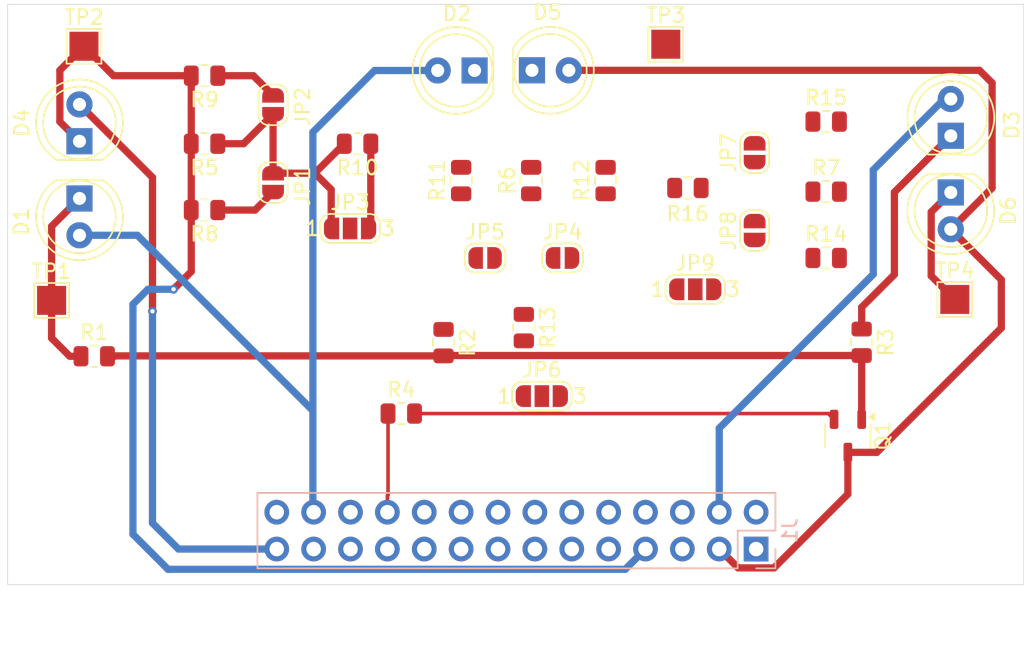
<source format=kicad_pcb>
(kicad_pcb (version 20240108) (generator "pcbnew") (generator_version "8.0")
  (layers (0 "F.Cu" signal) (31 "B.Cu" signal) (34 "B.Paste" user) (35 "F.Paste" user) (36 "B.SilkS" user "B.Silkscreen") (37 "F.SilkS" user "F.Silkscreen") (38 "B.Mask" user) (39 "F.Mask" user) (44 "Edge.Cuts" user))
  (net 0 "")
  (net 1 "Net-(D1-K)")
  (net 2 "BATT")
  (net 3 "Net-(D2-K)")
  (net 4 "Net-(D3-K)")
  (net 5 "/PA4")
  (net 6 "GND")
  (net 7 "/PA5")
  (net 8 "/PA6")
  (net 9 "/PE11")
  (net 10 "/RESV1")
  (net 11 "3V3")
  (net 12 "/PE13")
  (net 13 "/PA3")
  (net 14 "/PA7")
  (net 15 "/PE12")
  (net 16 "/PE8")
  (net 17 "/PE14")
  (net 18 "/RESV2")
  (net 19 "/PE15")
  (net 20 "/PE9")
  (net 21 "/PE10")
  (net 22 "/PC4")
  (net 23 "/AB0")
  (net 24 "/PC5")
  (net 25 "/RESV3")
  (net 26 "Net-(JP1-B)")
  (net 27 "Net-(JP1-A)")
  (net 28 "Net-(JP2-B)")
  (net 29 "Net-(JP3-B)")
  (net 30 "Net-(JP4-B)")
  (net 31 "Net-(JP5-A)")
  (net 32 "Net-(JP6-B)")
  (net 33 "Net-(JP7-A)")
  (net 34 "Net-(JP7-B)")
  (net 35 "Net-(JP8-A)")
  (net 36 "Net-(JP9-B)")
  (net 37 "Net-(Q1-C)")
  (net 38 "Net-(Q1-B)")
  (net 39 "Net-(JP4-A)")
  (footprint "Jumper:SolderJumper-3_P1.3mm_Open_RoundedPad1.0x1.5mm_NumberLabels" (layer "F.Cu") (at 85.568 93.599)
    (property "Reference" "JP6" (at 0 -1.8 360) (layer "F.SilkS"))
    (property "Value" "SoJMP_Opn3")
    (fp_line (start -2.05 0.3) (end -2.05 -0.3) (stroke (width 0.12)) (layer "F.SilkS"))
    (fp_line (start -1.4 -1) (end 1.4 -1) (stroke (width 0.12)) (layer "F.SilkS"))
    (fp_line (start 1.4 1) (end -1.4 1) (stroke (width 0.12)) (layer "F.SilkS"))
    (fp_line (start 2.05 -0.3) (end 2.05 0.3) (stroke (width 0.12)) (layer "F.SilkS"))
    (fp_arc (start -2.05 -0.3) (mid -1.844975 -0.794975) (end -1.35 -1) (stroke (width 0.12)) (layer "F.SilkS"))
    (fp_arc (start -1.35 1) (mid -1.844975 0.794975) (end -2.05 0.3) (stroke (width 0.12)) (layer "F.SilkS"))
    (fp_arc (start 1.35 -1) (mid 1.844975 -0.794975) (end 2.05 -0.3) (stroke (width 0.12)) (layer "F.SilkS"))
    (fp_arc (start 2.05 0.3) (mid 1.844975 0.794975) (end 1.35 1) (stroke (width 0.12)) (layer "F.SilkS"))
    (fp_text user "3" (at 2.6 0 360) (layer "F.SilkS"))
    (fp_text user "1" (at -2.6 0 360) (layer "F.SilkS"))
    (pad "1" smd custom (at -1.3 0) (size 1 0.5) (layers "F.Cu" "F.Mask") (net 39 "Net-(JP4-A)") (options (clearance outline) (anchor rect)) (primitives (gr_circle (center 0 0.25) (end 0.5 0.25) (width 0) (fill yes)) (gr_circle (center 0 -0.25) (end 0.5 -0.25) (width 0) (fill yes)) (gr_poly (pts (xy 0.55 0.75) (xy 0 0.75) (xy 0 -0.75) (xy 0.55 -0.75)) (width 0) (fill yes))))
    (pad "2" smd rect (at 0 0) (size 1 1.5) (layers "F.Cu" "F.Mask") (net 11 "3V3"))
    (pad "3" smd custom (at 1.3 0) (size 1 0.5) (layers "F.Cu" "F.Mask") (net 32 "Net-(JP6-B)") (options (clearance outline) (anchor rect)) (primitives (gr_circle (center 0 0.25) (end 0.5 0.25) (width 0) (fill yes)) (gr_circle (center 0 -0.25) (end 0.5 -0.25) (width 0) (fill yes)) (gr_poly (pts (xy 0 0.75) (xy -0.55 0.75) (xy -0.55 -0.75) (xy 0 -0.75)) (width 0) (fill yes))))
  )
  (footprint "TestPoint:TestPoint_Pad_2.0x2.0mm" (layer "F.Cu") (at 114.016 86.935)
    (property "Reference" "TP4" (at 0 -1.998 0) (layer "F.SilkS"))
    (property "Value" "TestPoint")
    (fp_line (start -1.2 -1.2) (end 1.2 -1.2) (stroke (width 0.12)) (layer "F.SilkS"))
    (fp_line (start -1.2 1.2) (end -1.2 -1.2) (stroke (width 0.12)) (layer "F.SilkS"))
    (fp_line (start 1.2 -1.2) (end 1.2 1.2) (stroke (width 0.12)) (layer "F.SilkS"))
    (fp_line (start 1.2 1.2) (end -1.2 1.2) (stroke (width 0.12)) (layer "F.SilkS"))
    (pad "1" smd rect (at 0 0) (size 2 2) (layers "F.Cu" "F.Mask") (net 8 "/PA6"))
  )
  (footprint "Jumper:SolderJumper-2_P1.3mm_Open_RoundedPad1.0x1.5mm" (layer "F.Cu") (at 67.056 78.882 90)
    (property "Reference" "JP1" (at -0.254 2.032 270) (layer "F.SilkS"))
    (property "Value" "SoJMP_Opn")
    (fp_line (start -0.7 -1) (end 0.7 -1) (stroke (width 0.12)) (layer "F.SilkS"))
    (fp_line (start 1.4 -0.3) (end 1.4 0.3) (stroke (width 0.12)) (layer "F.SilkS"))
    (fp_line (start -1.4 0.3) (end -1.4 -0.3) (stroke (width 0.12)) (layer "F.SilkS"))
    (fp_line (start 0.7 1) (end -0.7 1) (stroke (width 0.12)) (layer "F.SilkS"))
    (fp_arc (start 0.7 -1) (mid 1.194975 -0.794975) (end 1.4 -0.3) (stroke (width 0.12)) (layer "F.SilkS"))
    (fp_arc (start -1.4 -0.3) (mid -1.194975 -0.794975) (end -0.7 -1) (stroke (width 0.12)) (layer "F.SilkS"))
    (fp_arc (start 1.4 0.3) (mid 1.194975 0.794975) (end 0.7 1) (stroke (width 0.12)) (layer "F.SilkS"))
    (fp_arc (start -0.7 1) (mid -1.194975 0.794975) (end -1.4 0.3) (stroke (width 0.12)) (layer "F.SilkS"))
    (pad "1" smd custom (at -0.65 0 90) (size 1 0.5) (layers "F.Cu" "F.Mask") (net 27 "Net-(JP1-A)") (options (clearance outline) (anchor rect)) (primitives (gr_circle (center 0 0.25) (end 0.5 0.25) (width 0) (fill yes)) (gr_circle (center 0 -0.25) (end 0.5 -0.25) (width 0) (fill yes)) (gr_poly (pts (xy 0.5 0.75) (xy 0 0.75) (xy 0 -0.75) (xy 0.5 -0.75)) (width 0) (fill yes))))
    (pad "2" smd custom (at 0.65 0 90) (size 1 0.5) (layers "F.Cu" "F.Mask") (net 26 "Net-(JP1-B)") (options (clearance outline) (anchor rect)) (primitives (gr_circle (center 0 0.25) (end 0.5 0.25) (width 0) (fill yes)) (gr_circle (center 0 -0.25) (end 0.5 -0.25) (width 0) (fill yes)) (gr_poly (pts (xy 0 0.75) (xy -0.5 0.75) (xy -0.5 -0.75) (xy 0 -0.75)) (width 0) (fill yes))))
  )
  (footprint "Jumper:SolderJumper-3_P1.3mm_Open_RoundedPad1.0x1.5mm_NumberLabels" (layer "F.Cu") (at 96.139 86.233)
    (property "Reference" "JP9" (at 0 -1.8 0) (layer "F.SilkS"))
    (property "Value" "SoJMP_Opn3")
    (fp_line (start -2.05 0.3) (end -2.05 -0.3) (stroke (width 0.12)) (layer "F.SilkS"))
    (fp_line (start -1.4 -1) (end 1.4 -1) (stroke (width 0.12)) (layer "F.SilkS"))
    (fp_line (start 1.4 1) (end -1.4 1) (stroke (width 0.12)) (layer "F.SilkS"))
    (fp_line (start 2.05 -0.3) (end 2.05 0.3) (stroke (width 0.12)) (layer "F.SilkS"))
    (fp_arc (start -2.05 -0.3) (mid -1.844975 -0.794975) (end -1.35 -1) (stroke (width 0.12)) (layer "F.SilkS"))
    (fp_arc (start -1.35 1) (mid -1.844975 0.794975) (end -2.05 0.3) (stroke (width 0.12)) (layer "F.SilkS"))
    (fp_arc (start 1.35 -1) (mid 1.844975 -0.794975) (end 2.05 -0.3) (stroke (width 0.12)) (layer "F.SilkS"))
    (fp_arc (start 2.05 0.3) (mid 1.844975 0.794975) (end 1.35 1) (stroke (width 0.12)) (layer "F.SilkS"))
    (fp_text user "3" (at 2.6 0 0) (layer "F.SilkS"))
    (fp_text user "1" (at -2.6 0 0) (layer "F.SilkS"))
    (pad "1" smd custom (at -1.3 0) (size 1 0.5) (layers "F.Cu" "F.Mask") (net 33 "Net-(JP7-A)") (options (clearance outline) (anchor rect)) (primitives (gr_circle (center 0 0.25) (end 0.5 0.25) (width 0) (fill yes)) (gr_circle (center 0 -0.25) (end 0.5 -0.25) (width 0) (fill yes)) (gr_poly (pts (xy 0.55 0.75) (xy 0 0.75) (xy 0 -0.75) (xy 0.55 -0.75)) (width 0) (fill yes))))
    (pad "2" smd rect (at 0 0) (size 1 1.5) (layers "F.Cu" "F.Mask") (net 11 "3V3"))
    (pad "3" smd custom (at 1.3 0) (size 1 0.5) (layers "F.Cu" "F.Mask") (net 36 "Net-(JP9-B)") (options (clearance outline) (anchor rect)) (primitives (gr_circle (center 0 0.25) (end 0.5 0.25) (width 0) (fill yes)) (gr_circle (center 0 -0.25) (end 0.5 -0.25) (width 0) (fill yes)) (gr_poly (pts (xy 0 0.75) (xy -0.55 0.75) (xy -0.55 -0.75) (xy 0 -0.75)) (width 0) (fill yes))))
  )
  (footprint "Resistor_SMD:R_0805_2012Metric" (layer "F.Cu") (at 84.328 88.8765 -90)
    (property "Reference" "R13" (at 0 -1.65 90) (layer "F.SilkS"))
    (property "Value" "100k")
    (fp_line (start -0.227064 0.735) (end 0.227064 0.735) (stroke (width 0.12)) (layer "F.SilkS"))
    (fp_line (start -0.227064 -0.735) (end 0.227064 -0.735) (stroke (width 0.12)) (layer "F.SilkS"))
    (pad "1" smd roundrect (at -0.9125 0 270) (size 1.025 1.4) (layers "F.Cu" "F.Paste" "F.Mask") (roundrect_rratio 0.243902439) (net 32 "Net-(JP6-B)"))
    (pad "2" smd roundrect (at 0.9125 0 270) (size 1.025 1.4) (layers "F.Cu" "F.Paste" "F.Mask") (roundrect_rratio 0.243902439) (net 39 "Net-(JP4-A)"))
  )
  (footprint "Jumper:SolderJumper-2_P1.3mm_Open_RoundedPad1.0x1.5mm" (layer "F.Cu") (at 67.056 73.518 90)
    (property "Reference" "JP2" (at -0.142 2.032 270) (layer "F.SilkS"))
    (property "Value" "SoJMP_Opn")
    (fp_line (start -0.7 -1) (end 0.7 -1) (stroke (width 0.12)) (layer "F.SilkS"))
    (fp_line (start 1.4 -0.3) (end 1.4 0.3) (stroke (width 0.12)) (layer "F.SilkS"))
    (fp_line (start -1.4 0.3) (end -1.4 -0.3) (stroke (width 0.12)) (layer "F.SilkS"))
    (fp_line (start 0.7 1) (end -0.7 1) (stroke (width 0.12)) (layer "F.SilkS"))
    (fp_arc (start 0.7 -1) (mid 1.194975 -0.794975) (end 1.4 -0.3) (stroke (width 0.12)) (layer "F.SilkS"))
    (fp_arc (start -1.4 -0.3) (mid -1.194975 -0.794975) (end -0.7 -1) (stroke (width 0.12)) (layer "F.SilkS"))
    (fp_arc (start 1.4 0.3) (mid 1.194975 0.794975) (end 0.7 1) (stroke (width 0.12)) (layer "F.SilkS"))
    (fp_arc (start -0.7 1) (mid -1.194975 0.794975) (end -1.4 0.3) (stroke (width 0.12)) (layer "F.SilkS"))
    (pad "1" smd custom (at -0.65 0 90) (size 1 0.5) (layers "F.Cu" "F.Mask") (net 26 "Net-(JP1-B)") (options (clearance outline) (anchor rect)) (primitives (gr_circle (center 0 0.25) (end 0.5 0.25) (width 0) (fill yes)) (gr_circle (center 0 -0.25) (end 0.5 -0.25) (width 0) (fill yes)) (gr_poly (pts (xy 0.5 0.75) (xy 0 0.75) (xy 0 -0.75) (xy 0.5 -0.75)) (width 0) (fill yes))))
    (pad "2" smd custom (at 0.65 0 90) (size 1 0.5) (layers "F.Cu" "F.Mask") (net 28 "Net-(JP2-B)") (options (clearance outline) (anchor rect)) (primitives (gr_circle (center 0 0.25) (end 0.5 0.25) (width 0) (fill yes)) (gr_circle (center 0 -0.25) (end 0.5 -0.25) (width 0) (fill yes)) (gr_poly (pts (xy 0 0.75) (xy -0.5 0.75) (xy -0.5 -0.75) (xy 0 -0.75)) (width 0) (fill yes))))
  )
  (footprint "Resistor_SMD:R_0805_2012Metric" (layer "F.Cu") (at 105.156 79.502)
    (property "Reference" "R7" (at 0 -1.65 0) (layer "F.SilkS"))
    (property "Value" "10k")
    (fp_line (start -0.227064 -0.735) (end 0.227064 -0.735) (stroke (width 0.12)) (layer "F.SilkS"))
    (fp_line (start -0.227064 0.735) (end 0.227064 0.735) (stroke (width 0.12)) (layer "F.SilkS"))
    (pad "1" smd roundrect (at -0.9125 0) (size 1.025 1.4) (layers "F.Cu" "F.Paste" "F.Mask") (roundrect_rratio 0.243902439) (net 33 "Net-(JP7-A)"))
    (pad "2" smd roundrect (at 0.9125 0) (size 1.025 1.4) (layers "F.Cu" "F.Paste" "F.Mask") (roundrect_rratio 0.243902439) (net 8 "/PA6"))
  )
  (footprint "LED_THT:LED_D5.0mm" (layer "F.Cu") (at 80.935 71.15 180)
    (property "Reference" "D2" (at 1.22 3.92 180) (layer "F.SilkS"))
    (property "Value" "LED")
    (fp_line (start -1.29 -1.545) (end -1.29 1.545) (stroke (width 0.12)) (layer "F.SilkS"))
    (fp_arc (start 4.26 -0.000462) (mid 2.072002 2.880433) (end -1.29 1.54483) (stroke (width 0.12)) (layer "F.SilkS"))
    (fp_arc (start -1.29 -1.54483) (mid 2.072002 -2.880433) (end 4.26 0.000462) (stroke (width 0.12)) (layer "F.SilkS"))
    (fp_circle (center 1.27 0) (end 3.77 0) (stroke (width 0.12)) (fill none) (layer "F.SilkS"))
    (pad "1" thru_hole rect (at 0 0 180) (size 1.8 1.8) (drill 0.9) (layers "*.Cu" "*.Mask") (net 3 "Net-(D2-K)"))
    (pad "2" thru_hole circle (at 2.54 0 180) (size 1.8 1.8) (drill 0.9) (layers "*.Cu" "*.Mask") (net 2 "BATT"))
  )
  (footprint "Resistor_SMD:R_0805_2012Metric" (layer "F.Cu") (at 72.8745 76.2 180)
    (property "Reference" "R10" (at 0 -1.65 180) (layer "F.SilkS"))
    (property "Value" "100k")
    (fp_line (start -0.227064 0.735) (end 0.227064 0.735) (stroke (width 0.12)) (layer "F.SilkS"))
    (fp_line (start -0.227064 -0.735) (end 0.227064 -0.735) (stroke (width 0.12)) (layer "F.SilkS"))
    (pad "1" smd roundrect (at -0.9125 0 180) (size 1.025 1.4) (layers "F.Cu" "F.Paste" "F.Mask") (roundrect_rratio 0.243902439) (net 29 "Net-(JP3-B)"))
    (pad "2" smd roundrect (at 0.9125 0 180) (size 1.025 1.4) (layers "F.Cu" "F.Paste" "F.Mask") (roundrect_rratio 0.243902439) (net 26 "Net-(JP1-B)"))
  )
  (footprint "Resistor_SMD:R_0805_2012Metric" (layer "F.Cu") (at 89.963 78.74 90)
    (property "Reference" "R12" (at 0 -1.65 270) (layer "F.SilkS"))
    (property "Value" "10k")
    (fp_line (start -0.227064 -0.735) (end 0.227064 -0.735) (stroke (width 0.12)) (layer "F.SilkS"))
    (fp_line (start -0.227064 0.735) (end 0.227064 0.735) (stroke (width 0.12)) (layer "F.SilkS"))
    (pad "1" smd roundrect (at -0.9125 0 90) (size 1.025 1.4) (layers "F.Cu" "F.Paste" "F.Mask") (roundrect_rratio 0.243902439) (net 30 "Net-(JP4-B)"))
    (pad "2" smd roundrect (at 0.9125 0 90) (size 1.025 1.4) (layers "F.Cu" "F.Paste" "F.Mask") (roundrect_rratio 0.243902439) (net 7 "/PA5"))
  )
  (footprint "LED_THT:LED_D5.0mm" (layer "F.Cu") (at 84.89 71.14)
    (property "Reference" "D5" (at 1.06 -4 360) (layer "F.SilkS"))
    (property "Value" "D_Photo")
    (fp_line (start -1.29 -1.545) (end -1.29 1.545) (stroke (width 0.12)) (layer "F.SilkS"))
    (fp_arc (start -1.29 -1.54483) (mid 2.072002 -2.880433) (end 4.26 0.000462) (stroke (width 0.12)) (layer "F.SilkS"))
    (fp_arc (start 4.26 -0.000462) (mid 2.072002 2.880433) (end -1.29 1.54483) (stroke (width 0.12)) (layer "F.SilkS"))
    (fp_circle (center 1.27 0) (end 3.77 0) (stroke (width 0.12)) (fill none) (layer "F.SilkS"))
    (pad "1" thru_hole rect (at 0 0) (size 1.8 1.8) (drill 0.9) (layers "*.Cu" "*.Mask") (net 7 "/PA5"))
    (pad "2" thru_hole circle (at 2.54 0) (size 1.8 1.8) (drill 0.9) (layers "*.Cu" "*.Mask") (net 6 "GND"))
  )
  (footprint "Jumper:SolderJumper-3_P1.3mm_Open_RoundedPad1.0x1.5mm_NumberLabels" (layer "F.Cu") (at 72.36 82.042)
    (property "Reference" "JP3" (at 0 -1.8 360) (layer "F.SilkS"))
    (property "Value" "SoJMP_Opn3")
    (fp_line (start -2.05 0.3) (end -2.05 -0.3) (stroke (width 0.12)) (layer "F.SilkS"))
    (fp_line (start -1.4 -1) (end 1.4 -1) (stroke (width 0.12)) (layer "F.SilkS"))
    (fp_line (start 1.4 1) (end -1.4 1) (stroke (width 0.12)) (layer "F.SilkS"))
    (fp_line (start 2.05 -0.3) (end 2.05 0.3) (stroke (width 0.12)) (layer "F.SilkS"))
    (fp_arc (start -2.05 -0.3) (mid -1.844975 -0.794975) (end -1.35 -1) (stroke (width 0.12)) (layer "F.SilkS"))
    (fp_arc (start -1.35 1) (mid -1.844975 0.794975) (end -2.05 0.3) (stroke (width 0.12)) (layer "F.SilkS"))
    (fp_arc (start 1.35 -1) (mid 1.844975 -0.794975) (end 2.05 -0.3) (stroke (width 0.12)) (layer "F.SilkS"))
    (fp_arc (start 2.05 0.3) (mid 1.844975 0.794975) (end 1.35 1) (stroke (width 0.12)) (layer "F.SilkS"))
    (fp_text user "1" (at -2.6 0 360) (layer "F.SilkS"))
    (fp_text user "3" (at 2.6 0 360) (layer "F.SilkS"))
    (pad "1" smd custom (at -1.3 0) (size 1 0.5) (layers "F.Cu" "F.Mask") (net 26 "Net-(JP1-B)") (options (clearance outline) (anchor rect)) (primitives (gr_circle (center 0 0.25) (end 0.5 0.25) (width 0) (fill yes)) (gr_circle (center 0 -0.25) (end 0.5 -0.25) (width 0) (fill yes)) (gr_poly (pts (xy 0.55 0.75) (xy 0 0.75) (xy 0 -0.75) (xy 0.55 -0.75)) (width 0) (fill yes))))
    (pad "2" smd rect (at 0 0) (size 1 1.5) (layers "F.Cu" "F.Mask") (net 11 "3V3"))
    (pad "3" smd custom (at 1.3 0) (size 1 0.5) (layers "F.Cu" "F.Mask") (net 29 "Net-(JP3-B)") (options (clearance outline) (anchor rect)) (primitives (gr_circle (center 0 0.25) (end 0.5 0.25) (width 0) (fill yes)) (gr_circle (center 0 -0.25) (end 0.5 -0.25) (width 0) (fill yes)) (gr_poly (pts (xy 0 0.75) (xy -0.55 0.75) (xy -0.55 -0.75) (xy 0 -0.75)) (width 0) (fill yes))))
  )
  (footprint "LED_THT:LED_D5.0mm" (layer "F.Cu") (at 113.74 79.557 -90)
    (property "Reference" "D6" (at 1.269999 -3.960001 -90) (layer "F.SilkS"))
    (property "Value" "D_Photo")
    (fp_line (start -1.29 -1.545) (end -1.29 1.545) (stroke (width 0.12)) (layer "F.SilkS"))
    (fp_arc (start 4.26 -0.000462) (mid 2.072002 2.880433) (end -1.29 1.54483) (stroke (width 0.12)) (layer "F.SilkS"))
    (fp_arc (start -1.29 -1.54483) (mid 2.072002 -2.880433) (end 4.26 0.000462) (stroke (width 0.12)) (layer "F.SilkS"))
    (fp_circle (center 1.27 0) (end 3.77 0) (stroke (width 0.12)) (fill none) (layer "F.SilkS"))
    (pad "1" thru_hole rect (at 0 0 270) (size 1.8 1.8) (drill 0.9) (layers "*.Cu" "*.Mask") (net 8 "/PA6"))
    (pad "2" thru_hole circle (at 2.54 0 270) (size 1.8 1.8) (drill 0.9) (layers "*.Cu" "*.Mask") (net 6 "GND"))
  )
  (footprint "TestPoint:TestPoint_Pad_2.0x2.0mm" (layer "F.Cu") (at 94.107 69.342)
    (property "Reference" "TP3" (at 0 -1.998 0) (layer "F.SilkS"))
    (property "Value" "TestPoint")
    (fp_line (start -1.2 -1.2) (end 1.2 -1.2) (stroke (width 0.12)) (layer "F.SilkS"))
    (fp_line (start -1.2 1.2) (end -1.2 -1.2) (stroke (width 0.12)) (layer "F.SilkS"))
    (fp_line (start 1.2 -1.2) (end 1.2 1.2) (stroke (width 0.12)) (layer "F.SilkS"))
    (fp_line (start 1.2 1.2) (end -1.2 1.2) (stroke (width 0.12)) (layer "F.SilkS"))
    (pad "1" smd rect (at 0 0) (size 2 2) (layers "F.Cu" "F.Mask") (net 7 "/PA5"))
  )
  (footprint "Resistor_SMD:R_0805_2012Metric" (layer "F.Cu") (at 105.156 74.676)
    (property "Reference" "R15" (at 0 -1.65 0) (layer "F.SilkS"))
    (property "Value" "10k")
    (fp_line (start -0.227064 -0.735) (end 0.227064 -0.735) (stroke (width 0.12)) (layer "F.SilkS"))
    (fp_line (start -0.227064 0.735) (end 0.227064 0.735) (stroke (width 0.12)) (layer "F.SilkS"))
    (pad "1" smd roundrect (at -0.9125 0) (size 1.025 1.4) (layers "F.Cu" "F.Paste" "F.Mask") (roundrect_rratio 0.243902439) (net 34 "Net-(JP7-B)"))
    (pad "2" smd roundrect (at 0.9125 0) (size 1.025 1.4) (layers "F.Cu" "F.Paste" "F.Mask") (roundrect_rratio 0.243902439) (net 8 "/PA6"))
  )
  (footprint "Jumper:SolderJumper-2_P1.3mm_Open_RoundedPad1.0x1.5mm" (layer "F.Cu") (at 100.2265 82.184 90)
    (property "Reference" "JP8" (at 0 -1.8 270) (layer "F.SilkS"))
    (property "Value" "SoJMP_Opn")
    (fp_line (start -0.7 -1) (end 0.7 -1) (stroke (width 0.12)) (layer "F.SilkS"))
    (fp_line (start 1.4 -0.3) (end 1.4 0.3) (stroke (width 0.12)) (layer "F.SilkS"))
    (fp_line (start -1.4 0.3) (end -1.4 -0.3) (stroke (width 0.12)) (layer "F.SilkS"))
    (fp_line (start 0.7 1) (end -0.7 1) (stroke (width 0.12)) (layer "F.SilkS"))
    (fp_arc (start 0.7 -1) (mid 1.194975 -0.794975) (end 1.4 -0.3) (stroke (width 0.12)) (layer "F.SilkS"))
    (fp_arc (start -1.4 -0.3) (mid -1.194975 -0.794975) (end -0.7 -1) (stroke (width 0.12)) (layer "F.SilkS"))
    (fp_arc (start 1.4 0.3) (mid 1.194975 0.794975) (end 0.7 1) (stroke (width 0.12)) (layer "F.SilkS"))
    (fp_arc (start -0.7 1) (mid -1.194975 0.794975) (end -1.4 0.3) (stroke (width 0.12)) (layer "F.SilkS"))
    (pad "1" smd custom (at -0.65 0 90) (size 1 0.5) (layers "F.Cu" "F.Mask") (net 35 "Net-(JP8-A)") (options (clearance outline) (anchor rect)) (primitives (gr_circle (center 0 0.25) (end 0.5 0.25) (width 0) (fill yes)) (gr_circle (center 0 -0.25) (end 0.5 -0.25) (width 0) (fill yes)) (gr_poly (pts (xy 0.5 0.75) (xy 0 0.75) (xy 0 -0.75) (xy 0.5 -0.75)) (width 0) (fill yes))))
    (pad "2" smd custom (at 0.65 0 90) (size 1 0.5) (layers "F.Cu" "F.Mask") (net 33 "Net-(JP7-A)") (options (clearance outline) (anchor rect)) (primitives (gr_circle (center 0 0.25) (end 0.5 0.25) (width 0) (fill yes)) (gr_circle (center 0 -0.25) (end 0.5 -0.25) (width 0) (fill yes)) (gr_poly (pts (xy 0 0.75) (xy -0.5 0.75) (xy -0.5 -0.75) (xy 0 -0.75)) (width 0) (fill yes))))
  )
  (footprint "Package_TO_SOT_SMD:SOT-23-3" (layer "F.Cu") (at 106.65 96.3375 -90)
    (property "Reference" "Q1" (at 0 -2.4 90) (layer "F.SilkS"))
    (property "Value" "SS8050")
    (fp_line (start 0 1.56) (end -0.8 1.56) (stroke (width 0.12)) (layer "F.SilkS"))
    (fp_line (start 0 1.56) (end 0.8 1.56) (stroke (width 0.12)) (layer "F.SilkS"))
    (fp_line (start 0 -1.56) (end -0.8 -1.56) (stroke (width 0.12)) (layer "F.SilkS"))
    (fp_line (start 0 -1.56) (end 0.8 -1.56) (stroke (width 0.12)) (layer "F.SilkS"))
    (fp_poly (pts (xy -1.3 -1.51) (xy -1.54 -1.84) (xy -1.06 -1.84) (xy -1.3 -1.51)) (stroke (width 0.12)) (fill solid) (layer "F.SilkS"))
    (pad "1" smd roundrect (at -1.1375 -0.95 270) (size 1.325 0.6) (layers "F.Cu" "F.Paste" "F.Mask") (net 37 "Net-(Q1-C)"))
    (pad "2" smd roundrect (at -1.1375 0.95 270) (size 1.325 0.6) (layers "F.Cu" "F.Paste" "F.Mask") (net 38 "Net-(Q1-B)"))
    (pad "3" smd roundrect (at 1.1375 0 270) (size 1.325 0.6) (layers "F.Cu" "F.Paste" "F.Mask") (net 6 "GND"))
  )
  (footprint "Resistor_SMD:R_0805_2012Metric" (layer "F.Cu") (at 107.6 89.8875 -90)
    (property "Reference" "R3" (at 0 -1.65 90) (layer "F.SilkS"))
    (property "Value" "47")
    (fp_line (start -0.227064 0.735) (end 0.227064 0.735) (stroke (width 0.12)) (layer "F.SilkS"))
    (fp_line (start -0.227064 -0.735) (end 0.227064 -0.735) (stroke (width 0.12)) (layer "F.SilkS"))
    (pad "1" smd roundrect (at -0.9125 0 270) (size 1.025 1.4) (layers "F.Cu" "F.Paste" "F.Mask") (roundrect_rratio 0.243902439) (net 4 "Net-(D3-K)"))
    (pad "2" smd roundrect (at 0.9125 0 270) (size 1.025 1.4) (layers "F.Cu" "F.Paste" "F.Mask") (roundrect_rratio 0.243902439) (net 37 "Net-(Q1-C)"))
  )
  (footprint "Resistor_SMD:R_0805_2012Metric" (layer "F.Cu") (at 80.01 78.74 90)
    (property "Reference" "R11" (at 0 -1.65 270) (layer "F.SilkS"))
    (property "Value" "10k")
    (fp_line (start -0.227064 -0.735) (end 0.227064 -0.735) (stroke (width 0.12)) (layer "F.SilkS"))
    (fp_line (start -0.227064 0.735) (end 0.227064 0.735) (stroke (width 0.12)) (layer "F.SilkS"))
    (pad "1" smd roundrect (at -0.9125 0 90) (size 1.025 1.4) (layers "F.Cu" "F.Paste" "F.Mask") (roundrect_rratio 0.243902439) (net 31 "Net-(JP5-A)"))
    (pad "2" smd roundrect (at 0.9125 0 90) (size 1.025 1.4) (layers "F.Cu" "F.Paste" "F.Mask") (roundrect_rratio 0.243902439) (net 7 "/PA5"))
  )
  (footprint "Resistor_SMD:R_0805_2012Metric" (layer "F.Cu") (at 54.7375 90.85)
    (property "Reference" "R1" (at 0 -1.65 0) (layer "F.SilkS"))
    (property "Value" "47")
    (fp_line (start -0.227064 -0.735) (end 0.227064 -0.735) (stroke (width 0.12)) (layer "F.SilkS"))
    (fp_line (start -0.227064 0.735) (end 0.227064 0.735) (stroke (width 0.12)) (layer "F.SilkS"))
    (pad "1" smd roundrect (at -0.9125 0) (size 1.025 1.4) (layers "F.Cu" "F.Paste" "F.Mask") (roundrect_rratio 0.243902439) (net 1 "Net-(D1-K)"))
    (pad "2" smd roundrect (at 0.9125 0) (size 1.025 1.4) (layers "F.Cu" "F.Paste" "F.Mask") (roundrect_rratio 0.243902439) (net 37 "Net-(Q1-C)"))
  )
  (footprint "Resistor_SMD:R_0805_2012Metric" (layer "F.Cu") (at 78.8 89.9125 -90)
    (property "Reference" "R2" (at 0 -1.65 90) (layer "F.SilkS"))
    (property "Value" "47")
    (fp_line (start -0.227064 0.735) (end 0.227064 0.735) (stroke (width 0.12)) (layer "F.SilkS"))
    (fp_line (start -0.227064 -0.735) (end 0.227064 -0.735) (stroke (width 0.12)) (layer "F.SilkS"))
    (pad "1" smd roundrect (at -0.9125 0 270) (size 1.025 1.4) (layers "F.Cu" "F.Paste" "F.Mask") (roundrect_rratio 0.243902439) (net 3 "Net-(D2-K)"))
    (pad "2" smd roundrect (at 0.9125 0 270) (size 1.025 1.4) (layers "F.Cu" "F.Paste" "F.Mask") (roundrect_rratio 0.243902439) (net 37 "Net-(Q1-C)"))
  )
  (footprint "LED_THT:LED_D5.0mm" (layer "F.Cu") (at 53.72 76.03 90)
    (property "Reference" "D4" (at 1.27 -3.96 270) (layer "F.SilkS"))
    (property "Value" "D_Photo")
    (fp_line (start -1.29 -1.545) (end -1.29 1.545) (stroke (width 0.12)) (layer "F.SilkS"))
    (fp_arc (start -1.29 -1.54483) (mid 2.072002 -2.880433) (end 4.26 0.000462) (stroke (width 0.12)) (layer "F.SilkS"))
    (fp_arc (start 4.26 -0.000462) (mid 2.072002 2.880433) (end -1.29 1.54483) (stroke (width 0.12)) (layer "F.SilkS"))
    (fp_circle (center 1.27 0) (end 3.77 0) (stroke (width 0.12)) (fill none) (layer "F.SilkS"))
    (pad "1" thru_hole rect (at 0 0 90) (size 1.8 1.8) (drill 0.9) (layers "*.Cu" "*.Mask") (net 5 "/PA4"))
    (pad "2" thru_hole circle (at 2.54 0 90) (size 1.8 1.8) (drill 0.9) (layers "*.Cu" "*.Mask") (net 6 "GND"))
  )
  (footprint "TestPoint:TestPoint_Pad_2.0x2.0mm" (layer "F.Cu") (at 51.8 87)
    (property "Reference" "TP1" (at 0 -1.998 0) (layer "F.SilkS"))
    (property "Value" "TestPoint")
    (fp_line (start -1.2 -1.2) (end 1.2 -1.2) (stroke (width 0.12)) (layer "F.SilkS"))
    (fp_line (start -1.2 1.2) (end -1.2 -1.2) (stroke (width 0.12)) (layer "F.SilkS"))
    (fp_line (start 1.2 -1.2) (end 1.2 1.2) (stroke (width 0.12)) (layer "F.SilkS"))
    (fp_line (start 1.2 1.2) (end -1.2 1.2) (stroke (width 0.12)) (layer "F.SilkS"))
    (pad "1" smd rect (at 0 0) (size 2 2) (layers "F.Cu" "F.Mask") (net 1 "Net-(D1-K)"))
  )
  (footprint "Resistor_SMD:R_0805_2012Metric" (layer "F.Cu") (at 95.631 79.248 180)
    (property "Reference" "R16" (at 0.0235 -1.778 180) (layer "F.SilkS"))
    (property "Value" "100k")
    (fp_line (start -0.227064 0.735) (end 0.227064 0.735) (stroke (width 0.12)) (layer "F.SilkS"))
    (fp_line (start -0.227064 -0.735) (end 0.227064 -0.735) (stroke (width 0.12)) (layer "F.SilkS"))
    (pad "1" smd roundrect (at -0.9125 0 180) (size 1.025 1.4) (layers "F.Cu" "F.Paste" "F.Mask") (roundrect_rratio 0.243902439) (net 36 "Net-(JP9-B)"))
    (pad "2" smd roundrect (at 0.9125 0 180) (size 1.025 1.4) (layers "F.Cu" "F.Paste" "F.Mask") (roundrect_rratio 0.243902439) (net 33 "Net-(JP7-A)"))
  )
  (footprint "Resistor_SMD:R_0805_2012Metric" (layer "F.Cu") (at 75.8875 94.8)
    (property "Reference" "R4" (at 0 -1.65 360) (layer "F.SilkS"))
    (property "Value" "2k7")
    (fp_line (start -0.227064 -0.735) (end 0.227064 -0.735) (stroke (width 0.12)) (layer "F.SilkS"))
    (fp_line (start -0.227064 0.735) (end 0.227064 0.735) (stroke (width 0.12)) (layer "F.SilkS"))
    (pad "1" smd roundrect (at -0.9125 0) (size 1.025 1.4) (layers "F.Cu" "F.Paste" "F.Mask") (roundrect_rratio 0.243902439) (net 16 "/PE8"))
    (pad "2" smd roundrect (at 0.9125 0) (size 1.025 1.4) (layers "F.Cu" "F.Paste" "F.Mask") (roundrect_rratio 0.243902439) (net 38 "Net-(Q1-B)"))
  )
  (footprint "Jumper:SolderJumper-2_P1.3mm_Open_RoundedPad1.0x1.5mm" (layer "F.Cu") (at 86.995 84.074)
    (property "Reference" "JP4" (at 0 -1.8 0) (layer "F.SilkS"))
    (property "Value" "SoJMP_Opn")
    (fp_line (start -1.4 0.3) (end -1.4 -0.3) (stroke (width 0.12)) (layer "F.SilkS"))
    (fp_line (start -0.7 -1) (end 0.7 -1) (stroke (width 0.12)) (layer "F.SilkS"))
    (fp_line (start 0.7 1) (end -0.7 1) (stroke (width 0.12)) (layer "F.SilkS"))
    (fp_line (start 1.4 -0.3) (end 1.4 0.3) (stroke (width 0.12)) (layer "F.SilkS"))
    (fp_arc (start -1.4 -0.3) (mid -1.194975 -0.794975) (end -0.7 -1) (stroke (width 0.12)) (layer "F.SilkS"))
    (fp_arc (start -0.7 1) (mid -1.194975 0.794975) (end -1.4 0.3) (stroke (width 0.12)) (layer "F.SilkS"))
    (fp_arc (start 0.7 -1) (mid 1.194975 -0.794975) (end 1.4 -0.3) (stroke (width 0.12)) (layer "F.SilkS"))
    (fp_arc (start 1.4 0.3) (mid 1.194975 0.794975) (end 0.7 1) (stroke (width 0.12)) (layer "F.SilkS"))
    (pad "1" smd custom (at -0.65 0) (size 1 0.5) (layers "F.Cu" "F.Mask") (net 39 "Net-(JP4-A)") (options (clearance outline) (anchor rect)) (primitives (gr_circle (center 0 0.25) (end 0.5 0.25) (width 0) (fill yes)) (gr_circle (center 0 -0.25) (end 0.5 -0.25) (width 0) (fill yes)) (gr_poly (pts (xy 0.5 0.75) (xy 0 0.75) (xy 0 -0.75) (xy 0.5 -0.75)) (width 0) (fill yes))))
    (pad "2" smd custom (at 0.65 0) (size 1 0.5) (layers "F.Cu" "F.Mask") (net 30 "Net-(JP4-B)") (options (clearance outline) (anchor rect)) (primitives (gr_circle (center 0 0.25) (end 0.5 0.25) (width 0) (fill yes)) (gr_circle (center 0 -0.25) (end 0.5 -0.25) (width 0) (fill yes)) (gr_poly (pts (xy 0 0.75) (xy -0.5 0.75) (xy -0.5 -0.75) (xy 0 -0.75)) (width 0) (fill yes))))
  )
  (footprint "Jumper:SolderJumper-2_P1.3mm_Open_RoundedPad1.0x1.5mm" (layer "F.Cu") (at 81.661 84.074)
    (property "Reference" "JP5" (at 0 -1.8 0) (layer "F.SilkS"))
    (property "Value" "SoJMP_Opn")
    (fp_line (start -1.4 0.3) (end -1.4 -0.3) (stroke (width 0.12)) (layer "F.SilkS"))
    (fp_line (start -0.7 -1) (end 0.7 -1) (stroke (width 0.12)) (layer "F.SilkS"))
    (fp_line (start 0.7 1) (end -0.7 1) (stroke (width 0.12)) (layer "F.SilkS"))
    (fp_line (start 1.4 -0.3) (end 1.4 0.3) (stroke (width 0.12)) (layer "F.SilkS"))
    (fp_arc (start -1.4 -0.3) (mid -1.194975 -0.794975) (end -0.7 -1) (stroke (width 0.12)) (layer "F.SilkS"))
    (fp_arc (start -0.7 1) (mid -1.194975 0.794975) (end -1.4 0.3) (stroke (width 0.12)) (layer "F.SilkS"))
    (fp_arc (start 0.7 -1) (mid 1.194975 -0.794975) (end 1.4 -0.3) (stroke (width 0.12)) (layer "F.SilkS"))
    (fp_arc (start 1.4 0.3) (mid 1.194975 0.794975) (end 0.7 1) (stroke (width 0.12)) (layer "F.SilkS"))
    (pad "1" smd custom (at -0.65 0) (size 1 0.5) (layers "F.Cu" "F.Mask") (net 31 "Net-(JP5-A)") (options (clearance outline) (anchor rect)) (primitives (gr_circle (center 0 0.25) (end 0.5 0.25) (width 0) (fill yes)) (gr_circle (center 0 -0.25) (end 0.5 -0.25) (width 0) (fill yes)) (gr_poly (pts (xy 0.5 0.75) (xy 0 0.75) (xy 0 -0.75) (xy 0.5 -0.75)) (width 0) (fill yes))))
    (pad "2" smd custom (at 0.65 0) (size 1 0.5) (layers "F.Cu" "F.Mask") (net 39 "Net-(JP4-A)") (options (clearance outline) (anchor rect)) (primitives (gr_circle (center 0 0.25) (end 0.5 0.25) (width 0) (fill yes)) (gr_circle (center 0 -0.25) (end 0.5 -0.25) (width 0) (fill yes)) (gr_poly (pts (xy 0 0.75) (xy -0.5 0.75) (xy -0.5 -0.75) (xy 0 -0.75)) (width 0) (fill yes))))
  )
  (footprint "Resistor_SMD:R_0805_2012Metric" (layer "F.Cu") (at 62.3335 76.2 180)
    (property "Reference" "R5" (at 0 -1.65 180) (layer "F.SilkS"))
    (property "Value" "10k")
    (fp_line (start -0.227064 0.735) (end 0.227064 0.735) (stroke (width 0.12)) (layer "F.SilkS"))
    (fp_line (start -0.227064 -0.735) (end 0.227064 -0.735) (stroke (width 0.12)) (layer "F.SilkS"))
    (pad "1" smd roundrect (at -0.9125 0 180) (size 1.025 1.4) (layers "F.Cu" "F.Paste" "F.Mask") (roundrect_rratio 0.243902439) (net 26 "Net-(JP1-B)"))
    (pad "2" smd roundrect (at 0.9125 0 180) (size 1.025 1.4) (layers "F.Cu" "F.Paste" "F.Mask") (roundrect_rratio 0.243902439) (net 5 "/PA4"))
  )
  (footprint "Resistor_SMD:R_0805_2012Metric" (layer "F.Cu") (at 62.3335 80.772 180)
    (property "Reference" "R8" (at 0 -1.65 180) (layer "F.SilkS"))
    (property "Value" "10k")
    (fp_line (start -0.227064 0.735) (end 0.227064 0.735) (stroke (width 0.12)) (layer "F.SilkS"))
    (fp_line (start -0.227064 -0.735) (end 0.227064 -0.735) (stroke (width 0.12)) (layer "F.SilkS"))
    (pad "1" smd roundrect (at -0.9125 0 180) (size 1.025 1.4) (layers "F.Cu" "F.Paste" "F.Mask") (roundrect_rratio 0.243902439) (net 27 "Net-(JP1-A)"))
    (pad "2" smd roundrect (at 0.9125 0 180) (size 1.025 1.4) (layers "F.Cu" "F.Paste" "F.Mask") (roundrect_rratio 0.243902439) (net 5 "/PA4"))
  )
  (footprint "Resistor_SMD:R_0805_2012Metric" (layer "F.Cu") (at 84.836 78.74 90)
    (property "Reference" "R6" (at 0 -1.65 270) (layer "F.SilkS"))
    (property "Value" "10k")
    (fp_line (start -0.227064 -0.735) (end 0.227064 -0.735) (stroke (width 0.12)) (layer "F.SilkS"))
    (fp_line (start -0.227064 0.735) (end 0.227064 0.735) (stroke (width 0.12)) (layer "F.SilkS"))
    (pad "1" smd roundrect (at -0.9125 0 90) (size 1.025 1.4) (layers "F.Cu" "F.Paste" "F.Mask") (roundrect_rratio 0.243902439) (net 39 "Net-(JP4-A)"))
    (pad "2" smd roundrect (at 0.9125 0 90) (size 1.025 1.4) (layers "F.Cu" "F.Paste" "F.Mask") (roundrect_rratio 0.243902439) (net 7 "/PA5"))
  )
  (footprint "TestPoint:TestPoint_Pad_2.0x2.0mm" (layer "F.Cu") (at 54.03 69.48)
    (property "Reference" "TP2" (at 0 -1.998 0) (layer "F.SilkS"))
    (property "Value" "TestPoint")
    (fp_line (start -1.2 -1.2) (end 1.2 -1.2) (stroke (width 0.12)) (layer "F.SilkS"))
    (fp_line (start -1.2 1.2) (end -1.2 -1.2) (stroke (width 0.12)) (layer "F.SilkS"))
    (fp_line (start 1.2 -1.2) (end 1.2 1.2) (stroke (width 0.12)) (layer "F.SilkS"))
    (fp_line (start 1.2 1.2) (end -1.2 1.2) (stroke (width 0.12)) (layer "F.SilkS"))
    (pad "1" smd rect (at 0 0) (size 2 2) (layers "F.Cu" "F.Mask") (net 5 "/PA4"))
  )
  (footprint "LED_THT:LED_D5.0mm" (layer "F.Cu") (at 53.722 79.972 -90)
    (property "Reference" "D1" (at 1.6 4 90) (layer "F.SilkS"))
    (property "Value" "LED")
    (fp_line (start -1.29 -1.545) (end -1.29 1.545) (stroke (width 0.12)) (layer "F.SilkS"))
    (fp_arc (start 4.26 -0.000462) (mid 2.072002 2.880433) (end -1.29 1.54483) (stroke (width 0.12)) (layer "F.SilkS"))
    (fp_arc (start -1.29 -1.54483) (mid 2.072002 -2.880433) (end 4.26 0.000462) (stroke (width 0.12)) (layer "F.SilkS"))
    (fp_circle (center 1.27 0) (end 3.77 0) (stroke (width 0.12)) (fill none) (layer "F.SilkS"))
    (pad "1" thru_hole rect (at 0 0 270) (size 1.8 1.8) (drill 0.9) (layers "*.Cu" "*.Mask") (net 1 "Net-(D1-K)"))
    (pad "2" thru_hole circle (at 2.54 0 270) (size 1.8 1.8) (drill 0.9) (layers "*.Cu" "*.Mask") (net 2 "BATT"))
  )
  (footprint "LED_THT:LED_D5.0mm" (layer "F.Cu") (at 113.74 75.655 90)
    (property "Reference" "D3" (at 0.740003 4.200003 -90) (layer "F.SilkS"))
    (property "Value" "LED")
    (fp_line (start -1.29 -1.545) (end -1.29 1.545) (stroke (width 0.12)) (layer "F.SilkS"))
    (fp_arc (start -1.29 -1.54483) (mid 2.072002 -2.880433) (end 4.26 0.000462) (stroke (width 0.12)) (layer "F.SilkS"))
    (fp_arc (start 4.26 -0.000462) (mid 2.072002 2.880433) (end -1.29 1.54483) (stroke (width 0.12)) (layer "F.SilkS"))
    (fp_circle (center 1.27 0) (end 3.77 0) (stroke (width 0.12)) (fill none) (layer "F.SilkS"))
    (pad "1" thru_hole rect (at 0 0 90) (size 1.8 1.8) (drill 0.9) (layers "*.Cu" "*.Mask") (net 4 "Net-(D3-K)"))
    (pad "2" thru_hole circle (at 2.54 0 90) (size 1.8 1.8) (drill 0.9) (layers "*.Cu" "*.Mask") (net 2 "BATT"))
  )
  (footprint "Resistor_SMD:R_0805_2012Metric" (layer "F.Cu") (at 105.156 84.074)
    (property "Reference" "R14" (at 0 -1.65 0) (layer "F.SilkS"))
    (property "Value" "10k")
    (fp_line (start -0.227064 -0.735) (end 0.227064 -0.735) (stroke (width 0.12)) (layer "F.SilkS"))
    (fp_line (start -0.227064 0.735) (end 0.227064 0.735) (stroke (width 0.12)) (layer "F.SilkS"))
    (pad "1" smd roundrect (at -0.9125 0) (size 1.025 1.4) (layers "F.Cu" "F.Paste" "F.Mask") (roundrect_rratio 0.243902439) (net 35 "Net-(JP8-A)"))
    (pad "2" smd roundrect (at 0.9125 0) (size 1.025 1.4) (layers "F.Cu" "F.Paste" "F.Mask") (roundrect_rratio 0.243902439) (net 8 "/PA6"))
  )
  (footprint "Resistor_SMD:R_0805_2012Metric" (layer "F.Cu") (at 62.3335 71.51 180)
    (property "Reference" "R9" (at 0 -1.65 180) (layer "F.SilkS"))
    (property "Value" "10k")
    (fp_line (start -0.227064 0.735) (end 0.227064 0.735) (stroke (width 0.12)) (layer "F.SilkS"))
    (fp_line (start -0.227064 -0.735) (end 0.227064 -0.735) (stroke (width 0.12)) (layer "F.SilkS"))
    (pad "1" smd roundrect (at -0.9125 0 180) (size 1.025 1.4) (layers "F.Cu" "F.Paste" "F.Mask") (roundrect_rratio 0.243902439) (net 28 "Net-(JP2-B)"))
    (pad "2" smd roundrect (at 0.9125 0 180) (size 1.025 1.4) (layers "F.Cu" "F.Paste" "F.Mask") (roundrect_rratio 0.243902439) (net 5 "/PA4"))
  )
  (footprint "Jumper:SolderJumper-2_P1.3mm_Open_RoundedPad1.0x1.5mm" (layer "F.Cu") (at 100.2265 76.82 90)
    (property "Reference" "JP7" (at 0 -1.8 270) (layer "F.SilkS"))
    (property "Value" "SoJMP_Opn")
    (fp_line (start -0.7 -1) (end 0.7 -1) (stroke (width 0.12)) (layer "F.SilkS"))
    (fp_line (start 1.4 -0.3) (end 1.4 0.3) (stroke (width 0.12)) (layer "F.SilkS"))
    (fp_line (start -1.4 0.3) (end -1.4 -0.3) (stroke (width 0.12)) (layer "F.SilkS"))
    (fp_line (start 0.7 1) (end -0.7 1) (stroke (width 0.12)) (layer "F.SilkS"))
    (fp_arc (start 0.7 -1) (mid 1.194975 -0.794975) (end 1.4 -0.3) (stroke (width 0.12)) (layer "F.SilkS"))
    (fp_arc (start -1.4 -0.3) (mid -1.194975 -0.794975) (end -0.7 -1) (stroke (width 0.12)) (layer "F.SilkS"))
    (fp_arc (start 1.4 0.3) (mid 1.194975 0.794975) (end 0.7 1) (stroke (width 0.12)) (layer "F.SilkS"))
    (fp_arc (start -0.7 1) (mid -1.194975 0.794975) (end -1.4 0.3) (stroke (width 0.12)) (layer "F.SilkS"))
    (pad "1" smd custom (at -0.65 0 90) (size 1 0.5) (layers "F.Cu" "F.Mask") (net 33 "Net-(JP7-A)") (options (clearance outline) (anchor rect)) (primitives (gr_circle (center 0 0.25) (end 0.5 0.25) (width 0) (fill yes)) (gr_circle (center 0 -0.25) (end 0.5 -0.25) (width 0) (fill yes)) (gr_poly (pts (xy 0.5 0.75) (xy 0 0.75) (xy 0 -0.75) (xy 0.5 -0.75)) (width 0) (fill yes))))
    (pad "2" smd custom (at 0.65 0 90) (size 1 0.5) (layers "F.Cu" "F.Mask") (net 34 "Net-(JP7-B)") (options (clearance outline) (anchor rect)) (primitives (gr_circle (center 0 0.25) (end 0.5 0.25) (width 0) (fill yes)) (gr_circle (center 0 -0.25) (end 0.5 -0.25) (width 0) (fill yes)) (gr_poly (pts (xy 0 0.75) (xy -0.5 0.75) (xy -0.5 -0.75) (xy 0 -0.75)) (width 0) (fill yes))))
  )
  (footprint "Connector_PinHeader_2.54mm:PinHeader_2x14_P2.54mm_Vertical" (layer "B.Cu") (at 100.33 104.14 90)
    (property "Reference" "J1" (at 1.27 2.33 270) (layer "B.SilkS") (effects (justify mirror)))
    (property "Value" "Conn_02x14_Odd_Even")
    (fp_line (start 3.87 -34.35) (end -1.33 -34.35) (stroke (width 0.12)) (layer "B.SilkS"))
    (fp_line (start 3.87 -34.35) (end 3.87 1.33) (stroke (width 0.12)) (layer "B.SilkS"))
    (fp_line (start -1.33 -34.35) (end -1.33 -1.27) (stroke (width 0.12)) (layer "B.SilkS"))
    (fp_line (start 1.27 -1.27) (end -1.33 -1.27) (stroke (width 0.12)) (layer "B.SilkS"))
    (fp_line (start 3.87 1.33) (end 1.27 1.33) (stroke (width 0.12)) (layer "B.SilkS"))
    (fp_line (start 1.27 1.33) (end 1.27 -1.27) (stroke (width 0.12)) (layer "B.SilkS"))
    (fp_line (start 0 1.33) (end -1.33 1.33) (stroke (width 0.12)) (layer "B.SilkS"))
    (fp_line (start -1.33 1.33) (end -1.33 0) (stroke (width 0.12)) (layer "B.SilkS"))
    (pad "1" thru_hole rect (at 0 0 90) (size 1.7 1.7) (drill 1) (layers "*.Cu" "*.Mask") (net 25 "/RESV3"))
    (pad "2" thru_hole oval (at 2.54 0 90) (size 1.7 1.7) (drill 1) (layers "*.Cu" "*.Mask") (net 11 "3V3"))
    (pad "3" thru_hole oval (at 0 -2.54 90) (size 1.7 1.7) (drill 1) (layers "*.Cu" "*.Mask") (net 6 "GND"))
    (pad "4" thru_hole oval (at 2.54 -2.54 90) (size 1.7 1.7) (drill 1) (layers "*.Cu" "*.Mask") (net 2 "BATT"))
    (pad "5" thru_hole oval (at 0 -5.08 90) (size 1.7 1.7) (drill 1) (layers "*.Cu" "*.Mask") (net 13 "/PA3"))
    (pad "6" thru_hole oval (at 2.54 -5.08 90) (size 1.7 1.7) (drill 1) (layers "*.Cu" "*.Mask") (net 18 "/RESV2"))
    (pad "7" thru_hole oval (at 0 -7.62 90) (size 1.7 1.7) (drill 1) (layers "*.Cu" "*.Mask") (net 5 "/PA4"))
    (pad "8" thru_hole oval (at 2.54 -7.62 90) (size 1.7 1.7) (drill 1) (layers "*.Cu" "*.Mask") (net 19 "/PE15"))
    (pad "9" thru_hole oval (at 0 -10.16 90) (size 1.7 1.7) (drill 1) (layers "*.Cu" "*.Mask") (net 6 "GND"))
    (pad "10" thru_hole oval (at 2.54 -10.16 90) (size 1.7 1.7) (drill 1) (layers "*.Cu" "*.Mask") (net 17 "/PE14"))
    (pad "11" thru_hole oval (at 0 -12.7 90) (size 1.7 1.7) (drill 1) (layers "*.Cu" "*.Mask") (net 7 "/PA5"))
    (pad "12" thru_hole oval (at 2.54 -12.7 90) (size 1.7 1.7) (drill 1) (layers "*.Cu" "*.Mask") (net 12 "/PE13"))
    (pad "13" thru_hole oval (at 0 -15.24 90) (size 1.7 1.7) (drill 1) (layers "*.Cu" "*.Mask") (net 8 "/PA6"))
    (pad "14" thru_hole oval (at 2.54 -15.24 90) (size 1.7 1.7) (drill 1) (layers "*.Cu" "*.Mask") (net 15 "/PE12"))
    (pad "15" thru_hole oval (at 0 -17.78 90) (size 1.7 1.7) (drill 1) (layers "*.Cu" "*.Mask") (net 6 "GND"))
    (pad "16" thru_hole oval (at 2.54 -17.78 90) (size 1.7 1.7) (drill 1) (layers "*.Cu" "*.Mask") (net 9 "/PE11"))
    (pad "17" thru_hole oval (at 0 -20.32 90) (size 1.7 1.7) (drill 1) (layers "*.Cu" "*.Mask") (net 14 "/PA7"))
    (pad "18" thru_hole oval (at 2.54 -20.32 90) (size 1.7 1.7) (drill 1) (layers "*.Cu" "*.Mask") (net 21 "/PE10"))
    (pad "19" thru_hole oval (at 0 -22.86 90) (size 1.7 1.7) (drill 1) (layers "*.Cu" "*.Mask") (net 22 "/PC4"))
    (pad "20" thru_hole oval (at 2.54 -22.86 90) (size 1.7 1.7) (drill 1) (layers "*.Cu" "*.Mask") (net 20 "/PE9"))
    (pad "21" thru_hole oval (at 0 -25.4 90) (size 1.7 1.7) (drill 1) (layers "*.Cu" "*.Mask") (net 6 "GND"))
    (pad "22" thru_hole oval (at 2.54 -25.4 90) (size 1.7 1.7) (drill 1) (layers "*.Cu" "*.Mask") (net 16 "/PE8"))
    (pad "23" thru_hole oval (at 0 -27.94 90) (size 1.7 1.7) (drill 1) (layers "*.Cu" "*.Mask") (net 24 "/PC5"))
    (pad "24" thru_hole oval (at 2.54 -27.94 90) (size 1.7 1.7) (drill 1) (layers "*.Cu" "*.Mask") (net 10 "/RESV1"))
    (pad "25" thru_hole oval (at 0 -30.48 90) (size 1.7 1.7) (drill 1) (layers "*.Cu" "*.Mask") (net 23 "/AB0"))
    (pad "26" thru_hole oval (at 2.54 -30.48 90) (size 1.7 1.7) (drill 1) (layers "*.Cu" "*.Mask") (net 2 "BATT"))
    (pad "27" thru_hole oval (at 0 -33.02 90) (size 1.7 1.7) (drill 1) (layers "*.Cu" "*.Mask") (net 6 "GND"))
    (pad "28" thru_hole oval (at 2.54 -33.02 90) (size 1.7 1.7) (drill 1) (layers "*.Cu" "*.Mask") (net 11 "3V3"))
  )
  (gr_rect (start 48.77 66.59) (end 118.77 106.59) (stroke (width 0.05)) (fill none) (layer "Edge.Cuts"))
  (segment (start 51.8 81.894) (end 51.8 87) (width 0.5) (layer "F.Cu") (net 1))
  (segment (start 53.825 90.85) (end 53.05 90.85) (width 0.5) (layer "F.Cu") (net 1))
  (segment (start 53.722 79.972) (end 51.8 81.894) (width 0.5) (layer "F.Cu") (net 1))
  (segment (start 53.05 90.85) (end 51.8 89.6) (width 0.5) (layer "F.Cu") (net 1))
  (segment (start 51.8 87) (end 51.8 89.6) (width 0.5) (layer "F.Cu") (net 1))
  (segment (start 108.4 78) (end 113.285 73.115) (width 0.5) (layer "B.Cu") (net 2))
  (segment (start 74.05 71.15) (end 69.8 75.4) (width 0.5) (layer "B.Cu") (net 2))
  (segment (start 113.285 73.115) (end 113.74 73.115) (width 0.5) (layer "B.Cu") (net 2))
  (segment (start 69.8 75.4) (end 69.8 94.6) (width 0.5) (layer "B.Cu") (net 2))
  (segment (start 78.395 71.15) (end 74.05 71.15) (width 0.5) (layer "B.Cu") (net 2))
  (segment (start 53.722 82.512) (end 57.712 82.512) (width 0.5) (layer "B.Cu") (net 2))
  (segment (start 97.79 101.6) (end 97.79 95.81) (width 0.5) (layer "B.Cu") (net 2))
  (segment (start 97.79 95.81) (end 108.4 85.2) (width 0.5) (layer "B.Cu") (net 2))
  (segment (start 69.8 101.55) (end 69.85 101.6) (width 0.5) (layer "B.Cu") (net 2))
  (segment (start 57.712 82.512) (end 69.8 94.6) (width 0.5) (layer "B.Cu") (net 2))
  (segment (start 69.8 94.6) (end 69.8 101.55) (width 0.5) (layer "B.Cu") (net 2))
  (segment (start 108.4 85.2) (end 108.4 78) (width 0.5) (layer "B.Cu") (net 2))
  (segment (start 109.855 79.54) (end 109.855 85.217) (width 0.5) (layer "F.Cu") (net 4))
  (segment (start 109.855 85.217) (end 107.6 87.472) (width 0.5) (layer "F.Cu") (net 4))
  (segment (start 107.6 87.472) (end 107.6 88.975) (width 0.5) (layer "F.Cu") (net 4))
  (segment (start 113.74 75.655) (end 109.855 79.54) (width 0.5) (layer "F.Cu") (net 4))
  (segment (start 61.421 76.2) (end 61.421 80.772) (width 0.5) (layer "F.Cu") (net 5))
  (segment (start 52.37 74.68) (end 52.37 71.14) (width 0.5) (layer "F.Cu") (net 5))
  (segment (start 61.421 85.01) (end 61.421 80.772) (width 0.5) (layer "F.Cu") (net 5))
  (segment (start 60.198 86.233) (end 61.421 85.01) (width 0.5) (layer "F.Cu") (net 5))
  (segment (start 56.06 71.51) (end 61.421 71.51) (width 0.5) (layer "F.Cu") (net 5))
  (segment (start 54.03 69.48) (end 56.06 71.51) (width 0.5) (layer "F.Cu") (net 5))
  (segment (start 61.421 71.51) (end 61.421 76.2) (width 0.5) (layer "F.Cu") (net 5))
  (segment (start 53.72 76.03) (end 52.37 74.68) (width 0.5) (layer "F.Cu") (net 5))
  (segment (start 52.37 71.14) (end 54.03 69.48) (width 0.5) (layer "F.Cu") (net 5))
  (via (at 60.198 86.233) (size 0.6) (drill 0.3) (layers "F.Cu" "B.Cu") (net 5))
  (segment (start 60.198 86.233) (end 58.439339 86.233) (width 0.5) (layer "B.Cu") (net 5))
  (segment (start 91.313 105.537) (end 92.71 104.14) (width 0.5) (layer "B.Cu") (net 5))
  (segment (start 57.404 87.268339) (end 57.404 103.124) (width 0.5) (layer "B.Cu") (net 5))
  (segment (start 58.439339 86.233) (end 57.404 87.268339) (width 0.5) (layer "B.Cu") (net 5))
  (segment (start 57.404 103.124) (end 59.817 105.537) (width 0.5) (layer "B.Cu") (net 5))
  (segment (start 59.817 105.537) (end 91.313 105.537) (width 0.5) (layer "B.Cu") (net 5))
  (segment (start 117.221 85.578) (end 117.221 88.9) (width 0.5) (layer "F.Cu") (net 6))
  (segment (start 117.221 88.9) (end 108.646 97.475) (width 0.5) (layer "F.Cu") (net 6))
  (segment (start 115.717 71.14) (end 116.586 72.009) (width 0.5) (layer "F.Cu") (net 6))
  (segment (start 87.43 71.14) (end 115.717 71.14) (width 0.5) (layer "F.Cu") (net 6))
  (segment (start 116.586 79.251) (end 113.74 82.097) (width 0.5) (layer "F.Cu") (net 6))
  (segment (start 108.646 97.475) (end 106.65 97.475) (width 0.5) (layer "F.Cu") (net 6))
  (segment (start 116.586 72.009) (end 116.586 79.251) (width 0.5) (layer "F.Cu") (net 6))
  (segment (start 106.65 97.475) (end 106.65 100.35) (width 0.5) (layer "F.Cu") (net 6))
  (segment (start 99.09 105.44) (end 97.79 104.14) (width 0.5) (layer "F.Cu") (net 6))
  (segment (start 58.75 78.52) (end 58.75 87.75) (width 0.5) (layer "F.Cu") (net 6))
  (segment (start 53.72 73.49) (end 58.75 78.52) (width 0.5) (layer "F.Cu") (net 6))
  (segment (start 106.65 100.35) (end 101.56 105.44) (width 0.5) (layer "F.Cu") (net 6))
  (segment (start 113.74 82.097) (end 117.221 85.578) (width 0.5) (layer "F.Cu") (net 6))
  (segment (start 101.56 105.44) (end 99.09 105.44) (width 0.5) (layer "F.Cu") (net 6))
  (via (at 58.75 87.75) (size 0.6) (drill 0.3) (layers "F.Cu" "B.Cu") (net 6))
  (segment (start 60.54 104.14) (end 67.31 104.14) (width 0.5) (layer "B.Cu") (net 6))
  (segment (start 58.75 87.75) (end 58.75 102.35) (width 0.5) (layer "B.Cu") (net 6))
  (segment (start 58.75 102.35) (end 60.54 104.14) (width 0.5) (layer "B.Cu") (net 6))
  (segment (start 112.39 85.309) (end 114.016 86.935) (width 0.5) (layer "F.Cu") (net 8))
  (segment (start 112.39 80.907) (end 112.39 85.309) (width 0.5) (layer "F.Cu") (net 8))
  (segment (start 113.74 79.557) (end 112.39 80.907) (width 0.5) (layer "F.Cu") (net 8))
  (segment (start 74.93 101.6) (end 74.93 100.47) (width 0.25) (layer "F.Cu") (net 16))
  (segment (start 74.975 100.425) (end 74.975 94.8) (width 0.25) (layer "F.Cu") (net 16))
  (segment (start 74.93 100.47) (end 74.975 100.425) (width 0.25) (layer "F.Cu") (net 16))
  (segment (start 67.056 78.232) (end 69.93 78.232) (width 0.5) (layer "F.Cu") (net 26))
  (segment (start 63.246 76.2) (end 65.024 76.2) (width 0.5) (layer "F.Cu") (net 26))
  (segment (start 65.024 76.2) (end 67.056 74.168) (width 0.5) (layer "F.Cu") (net 26))
  (segment (start 67.056 74.168) (end 67.056 78.232) (width 0.5) (layer "F.Cu") (net 26))
  (segment (start 71.06 79.362) (end 69.93 78.232) (width 0.5) (layer "F.Cu") (net 26))
  (segment (start 71.06 82.042) (end 71.06 79.362) (width 0.5) (layer "F.Cu") (net 26))
  (segment (start 69.93 78.232) (end 71.962 76.2) (width 0.5) (layer "F.Cu") (net 26))
  (segment (start 63.246 80.772) (end 65.816 80.772) (width 0.5) (layer "F.Cu") (net 27))
  (segment (start 65.816 80.772) (end 67.056 79.532) (width 0.5) (layer "F.Cu") (net 27))
  (segment (start 65.698 71.51) (end 67.056 72.868) (width 0.5) (layer "F.Cu") (net 28))
  (segment (start 63.246 71.51) (end 65.698 71.51) (width 0.5) (layer "F.Cu") (net 28))
  (segment (start 73.787 76.2) (end 73.787 81.915) (width 0.5) (layer "F.Cu") (net 29))
  (segment (start 73.787 81.915) (end 73.66 82.042) (width 0.5) (layer "F.Cu") (net 29))
  (segment (start 107.6 90.8) (end 78.825 90.8) (width 0.5) (layer "F.Cu") (net 37))
  (segment (start 55.65 90.85) (end 56.15 90.85) (width 0.5) (layer "F.Cu") (net 37))
  (segment (start 107.6 95.2) (end 107.6 90.8) (width 0.5) (layer "F.Cu") (net 37))
  (segment (start 78.825 90.8) (end 78.8 90.825) (width 0.5) (layer "F.Cu") (net 37))
  (segment (start 56.15 90.85) (end 56.175 90.825) (width 0.5) (layer "F.Cu") (net 37))
  (segment (start 56.175 90.825) (end 78.8 90.825) (width 0.5) (layer "F.Cu") (net 37))
  (segment (start 105.3 94.8) (end 105.7 95.2) (width 0.25) (layer "F.Cu") (net 38))
  (segment (start 76.8 94.8) (end 105.3 94.8) (width 0.25) (layer "F.Cu") (net 38))
)
</source>
